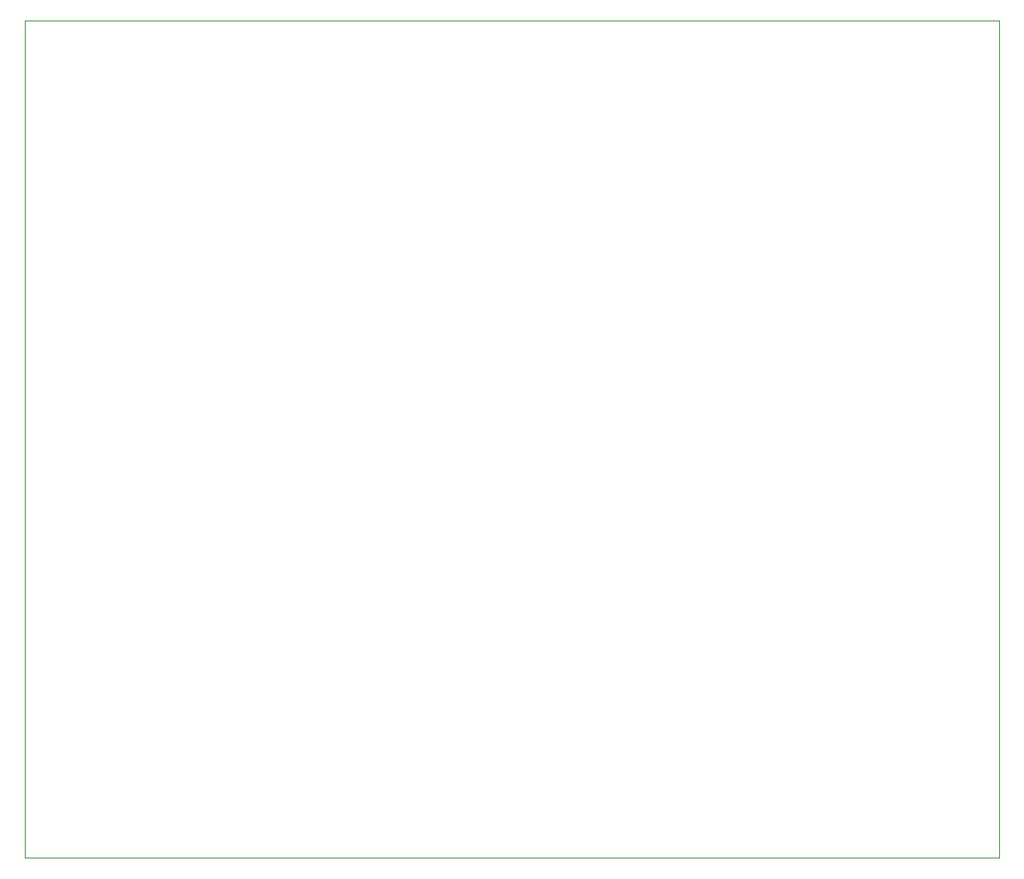
<source format=gm1>
%TF.GenerationSoftware,KiCad,Pcbnew,9.0.4*%
%TF.CreationDate,2025-11-06T19:22:31+05:30*%
%TF.ProjectId,projectxxxxxxx,70726f6a-6563-4747-9878-78787878782e,rev?*%
%TF.SameCoordinates,Original*%
%TF.FileFunction,Profile,NP*%
%FSLAX46Y46*%
G04 Gerber Fmt 4.6, Leading zero omitted, Abs format (unit mm)*
G04 Created by KiCad (PCBNEW 9.0.4) date 2025-11-06 19:22:31*
%MOMM*%
%LPD*%
G01*
G04 APERTURE LIST*
%TA.AperFunction,Profile*%
%ADD10C,0.050000*%
%TD*%
G04 APERTURE END LIST*
D10*
X54500000Y-52100000D02*
X150900000Y-52100000D01*
X150900000Y-134900000D01*
X54500000Y-134900000D01*
X54500000Y-52100000D01*
M02*

</source>
